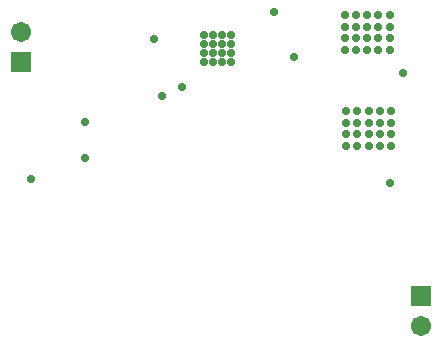
<source format=gbs>
G04*
G04 #@! TF.GenerationSoftware,Altium Limited,Altium Designer,21.6.4 (81)*
G04*
G04 Layer_Color=16711935*
%FSLAX44Y44*%
%MOMM*%
G71*
G04*
G04 #@! TF.SameCoordinates,B536BBD3-7635-4869-82B2-4475C75F943D*
G04*
G04*
G04 #@! TF.FilePolarity,Negative*
G04*
G01*
G75*
%ADD30R,1.7032X1.7032*%
%ADD39C,1.7032*%
%ADD40C,0.7112*%
D30*
X384810Y115570D02*
D03*
X45720Y313690D02*
D03*
D39*
X384810Y90170D02*
D03*
X45720Y339090D02*
D03*
D40*
X208317Y321338D02*
D03*
X215974D02*
D03*
X223631Y328944D02*
D03*
X215974D02*
D03*
X208317D02*
D03*
X260650Y355600D02*
D03*
X369499Y304546D02*
D03*
X321310Y262043D02*
D03*
Y271780D02*
D03*
Y242570D02*
D03*
Y252307D02*
D03*
X359410D02*
D03*
Y242570D02*
D03*
Y271780D02*
D03*
Y262043D02*
D03*
X349885Y252307D02*
D03*
Y242570D02*
D03*
Y271780D02*
D03*
Y262043D02*
D03*
X340360Y252307D02*
D03*
Y242570D02*
D03*
Y271780D02*
D03*
Y262043D02*
D03*
X330835Y252307D02*
D03*
Y242570D02*
D03*
Y271780D02*
D03*
Y262043D02*
D03*
X329565Y343323D02*
D03*
Y353060D02*
D03*
Y323850D02*
D03*
Y333587D02*
D03*
X339090Y343323D02*
D03*
Y353060D02*
D03*
Y323850D02*
D03*
Y333587D02*
D03*
X348615Y343323D02*
D03*
Y353060D02*
D03*
Y323850D02*
D03*
Y333587D02*
D03*
X358140Y343323D02*
D03*
Y353060D02*
D03*
Y323850D02*
D03*
Y333587D02*
D03*
X320040D02*
D03*
Y323850D02*
D03*
Y353060D02*
D03*
Y343323D02*
D03*
X200660Y328944D02*
D03*
Y321338D02*
D03*
X223631D02*
D03*
X200660Y313732D02*
D03*
X208317D02*
D03*
X215974D02*
D03*
X223631D02*
D03*
Y336550D02*
D03*
X215974D02*
D03*
X208317D02*
D03*
X200660D02*
D03*
X276860Y317500D02*
D03*
X165100Y284480D02*
D03*
X182390Y292590D02*
D03*
X158750Y332740D02*
D03*
X100654Y262566D02*
D03*
X358140Y210820D02*
D03*
X100330Y232410D02*
D03*
X54610Y214630D02*
D03*
M02*

</source>
